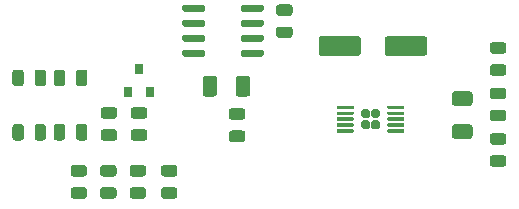
<source format=gbr>
%TF.GenerationSoftware,KiCad,Pcbnew,(5.1.6-0-10_14)*%
%TF.CreationDate,2021-10-24T22:13:31-07:00*%
%TF.ProjectId,Motor_Tester_DRV8830_Wing,4d6f746f-725f-4546-9573-7465725f4452,v01*%
%TF.SameCoordinates,Original*%
%TF.FileFunction,Paste,Top*%
%TF.FilePolarity,Positive*%
%FSLAX46Y46*%
G04 Gerber Fmt 4.6, Leading zero omitted, Abs format (unit mm)*
G04 Created by KiCad (PCBNEW (5.1.6-0-10_14)) date 2021-10-24 22:13:31*
%MOMM*%
%LPD*%
G01*
G04 APERTURE LIST*
%ADD10R,0.800000X0.900000*%
G04 APERTURE END LIST*
%TO.C,U1*%
G36*
G01*
X144100000Y-83255000D02*
X144100000Y-83555000D01*
G75*
G02*
X143950000Y-83705000I-150000J0D01*
G01*
X142300000Y-83705000D01*
G75*
G02*
X142150000Y-83555000I0J150000D01*
G01*
X142150000Y-83255000D01*
G75*
G02*
X142300000Y-83105000I150000J0D01*
G01*
X143950000Y-83105000D01*
G75*
G02*
X144100000Y-83255000I0J-150000D01*
G01*
G37*
G36*
G01*
X144100000Y-81985000D02*
X144100000Y-82285000D01*
G75*
G02*
X143950000Y-82435000I-150000J0D01*
G01*
X142300000Y-82435000D01*
G75*
G02*
X142150000Y-82285000I0J150000D01*
G01*
X142150000Y-81985000D01*
G75*
G02*
X142300000Y-81835000I150000J0D01*
G01*
X143950000Y-81835000D01*
G75*
G02*
X144100000Y-81985000I0J-150000D01*
G01*
G37*
G36*
G01*
X144100000Y-80715000D02*
X144100000Y-81015000D01*
G75*
G02*
X143950000Y-81165000I-150000J0D01*
G01*
X142300000Y-81165000D01*
G75*
G02*
X142150000Y-81015000I0J150000D01*
G01*
X142150000Y-80715000D01*
G75*
G02*
X142300000Y-80565000I150000J0D01*
G01*
X143950000Y-80565000D01*
G75*
G02*
X144100000Y-80715000I0J-150000D01*
G01*
G37*
G36*
G01*
X144100000Y-79445000D02*
X144100000Y-79745000D01*
G75*
G02*
X143950000Y-79895000I-150000J0D01*
G01*
X142300000Y-79895000D01*
G75*
G02*
X142150000Y-79745000I0J150000D01*
G01*
X142150000Y-79445000D01*
G75*
G02*
X142300000Y-79295000I150000J0D01*
G01*
X143950000Y-79295000D01*
G75*
G02*
X144100000Y-79445000I0J-150000D01*
G01*
G37*
G36*
G01*
X149050000Y-79445000D02*
X149050000Y-79745000D01*
G75*
G02*
X148900000Y-79895000I-150000J0D01*
G01*
X147250000Y-79895000D01*
G75*
G02*
X147100000Y-79745000I0J150000D01*
G01*
X147100000Y-79445000D01*
G75*
G02*
X147250000Y-79295000I150000J0D01*
G01*
X148900000Y-79295000D01*
G75*
G02*
X149050000Y-79445000I0J-150000D01*
G01*
G37*
G36*
G01*
X149050000Y-80715000D02*
X149050000Y-81015000D01*
G75*
G02*
X148900000Y-81165000I-150000J0D01*
G01*
X147250000Y-81165000D01*
G75*
G02*
X147100000Y-81015000I0J150000D01*
G01*
X147100000Y-80715000D01*
G75*
G02*
X147250000Y-80565000I150000J0D01*
G01*
X148900000Y-80565000D01*
G75*
G02*
X149050000Y-80715000I0J-150000D01*
G01*
G37*
G36*
G01*
X149050000Y-81985000D02*
X149050000Y-82285000D01*
G75*
G02*
X148900000Y-82435000I-150000J0D01*
G01*
X147250000Y-82435000D01*
G75*
G02*
X147100000Y-82285000I0J150000D01*
G01*
X147100000Y-81985000D01*
G75*
G02*
X147250000Y-81835000I150000J0D01*
G01*
X148900000Y-81835000D01*
G75*
G02*
X149050000Y-81985000I0J-150000D01*
G01*
G37*
G36*
G01*
X149050000Y-83255000D02*
X149050000Y-83555000D01*
G75*
G02*
X148900000Y-83705000I-150000J0D01*
G01*
X147250000Y-83705000D01*
G75*
G02*
X147100000Y-83555000I0J150000D01*
G01*
X147100000Y-83255000D01*
G75*
G02*
X147250000Y-83105000I150000J0D01*
G01*
X148900000Y-83105000D01*
G75*
G02*
X149050000Y-83255000I0J-150000D01*
G01*
G37*
%TD*%
%TO.C,C1*%
G36*
G01*
X135493750Y-89850000D02*
X136406250Y-89850000D01*
G75*
G02*
X136650000Y-90093750I0J-243750D01*
G01*
X136650000Y-90581250D01*
G75*
G02*
X136406250Y-90825000I-243750J0D01*
G01*
X135493750Y-90825000D01*
G75*
G02*
X135250000Y-90581250I0J243750D01*
G01*
X135250000Y-90093750D01*
G75*
G02*
X135493750Y-89850000I243750J0D01*
G01*
G37*
G36*
G01*
X135493750Y-87975000D02*
X136406250Y-87975000D01*
G75*
G02*
X136650000Y-88218750I0J-243750D01*
G01*
X136650000Y-88706250D01*
G75*
G02*
X136406250Y-88950000I-243750J0D01*
G01*
X135493750Y-88950000D01*
G75*
G02*
X135250000Y-88706250I0J243750D01*
G01*
X135250000Y-88218750D01*
G75*
G02*
X135493750Y-87975000I243750J0D01*
G01*
G37*
%TD*%
%TO.C,C2*%
G36*
G01*
X138043750Y-89850000D02*
X138956250Y-89850000D01*
G75*
G02*
X139200000Y-90093750I0J-243750D01*
G01*
X139200000Y-90581250D01*
G75*
G02*
X138956250Y-90825000I-243750J0D01*
G01*
X138043750Y-90825000D01*
G75*
G02*
X137800000Y-90581250I0J243750D01*
G01*
X137800000Y-90093750D01*
G75*
G02*
X138043750Y-89850000I243750J0D01*
G01*
G37*
G36*
G01*
X138043750Y-87975000D02*
X138956250Y-87975000D01*
G75*
G02*
X139200000Y-88218750I0J-243750D01*
G01*
X139200000Y-88706250D01*
G75*
G02*
X138956250Y-88950000I-243750J0D01*
G01*
X138043750Y-88950000D01*
G75*
G02*
X137800000Y-88706250I0J243750D01*
G01*
X137800000Y-88218750D01*
G75*
G02*
X138043750Y-87975000I243750J0D01*
G01*
G37*
%TD*%
%TO.C,C3*%
G36*
G01*
X151256250Y-80250000D02*
X150343750Y-80250000D01*
G75*
G02*
X150100000Y-80006250I0J243750D01*
G01*
X150100000Y-79518750D01*
G75*
G02*
X150343750Y-79275000I243750J0D01*
G01*
X151256250Y-79275000D01*
G75*
G02*
X151500000Y-79518750I0J-243750D01*
G01*
X151500000Y-80006250D01*
G75*
G02*
X151256250Y-80250000I-243750J0D01*
G01*
G37*
G36*
G01*
X151256250Y-82125000D02*
X150343750Y-82125000D01*
G75*
G02*
X150100000Y-81881250I0J243750D01*
G01*
X150100000Y-81393750D01*
G75*
G02*
X150343750Y-81150000I243750J0D01*
G01*
X151256250Y-81150000D01*
G75*
G02*
X151500000Y-81393750I0J-243750D01*
G01*
X151500000Y-81881250D01*
G75*
G02*
X151256250Y-82125000I-243750J0D01*
G01*
G37*
%TD*%
%TO.C,C4*%
G36*
G01*
X146343750Y-89950000D02*
X147256250Y-89950000D01*
G75*
G02*
X147500000Y-90193750I0J-243750D01*
G01*
X147500000Y-90681250D01*
G75*
G02*
X147256250Y-90925000I-243750J0D01*
G01*
X146343750Y-90925000D01*
G75*
G02*
X146100000Y-90681250I0J243750D01*
G01*
X146100000Y-90193750D01*
G75*
G02*
X146343750Y-89950000I243750J0D01*
G01*
G37*
G36*
G01*
X146343750Y-88075000D02*
X147256250Y-88075000D01*
G75*
G02*
X147500000Y-88318750I0J-243750D01*
G01*
X147500000Y-88806250D01*
G75*
G02*
X147256250Y-89050000I-243750J0D01*
G01*
X146343750Y-89050000D01*
G75*
G02*
X146100000Y-88806250I0J243750D01*
G01*
X146100000Y-88318750D01*
G75*
G02*
X146343750Y-88075000I243750J0D01*
G01*
G37*
%TD*%
%TO.C,C6*%
G36*
G01*
X169356250Y-87300000D02*
X168443750Y-87300000D01*
G75*
G02*
X168200000Y-87056250I0J243750D01*
G01*
X168200000Y-86568750D01*
G75*
G02*
X168443750Y-86325000I243750J0D01*
G01*
X169356250Y-86325000D01*
G75*
G02*
X169600000Y-86568750I0J-243750D01*
G01*
X169600000Y-87056250D01*
G75*
G02*
X169356250Y-87300000I-243750J0D01*
G01*
G37*
G36*
G01*
X169356250Y-89175000D02*
X168443750Y-89175000D01*
G75*
G02*
X168200000Y-88931250I0J243750D01*
G01*
X168200000Y-88443750D01*
G75*
G02*
X168443750Y-88200000I243750J0D01*
G01*
X169356250Y-88200000D01*
G75*
G02*
X169600000Y-88443750I0J-243750D01*
G01*
X169600000Y-88931250D01*
G75*
G02*
X169356250Y-89175000I-243750J0D01*
G01*
G37*
%TD*%
%TO.C,C7*%
G36*
G01*
X169356250Y-91150000D02*
X168443750Y-91150000D01*
G75*
G02*
X168200000Y-90906250I0J243750D01*
G01*
X168200000Y-90418750D01*
G75*
G02*
X168443750Y-90175000I243750J0D01*
G01*
X169356250Y-90175000D01*
G75*
G02*
X169600000Y-90418750I0J-243750D01*
G01*
X169600000Y-90906250D01*
G75*
G02*
X169356250Y-91150000I-243750J0D01*
G01*
G37*
G36*
G01*
X169356250Y-93025000D02*
X168443750Y-93025000D01*
G75*
G02*
X168200000Y-92781250I0J243750D01*
G01*
X168200000Y-92293750D01*
G75*
G02*
X168443750Y-92050000I243750J0D01*
G01*
X169356250Y-92050000D01*
G75*
G02*
X169600000Y-92293750I0J-243750D01*
G01*
X169600000Y-92781250D01*
G75*
G02*
X169356250Y-93025000I-243750J0D01*
G01*
G37*
%TD*%
%TO.C,C8*%
G36*
G01*
X168443750Y-84350000D02*
X169356250Y-84350000D01*
G75*
G02*
X169600000Y-84593750I0J-243750D01*
G01*
X169600000Y-85081250D01*
G75*
G02*
X169356250Y-85325000I-243750J0D01*
G01*
X168443750Y-85325000D01*
G75*
G02*
X168200000Y-85081250I0J243750D01*
G01*
X168200000Y-84593750D01*
G75*
G02*
X168443750Y-84350000I243750J0D01*
G01*
G37*
G36*
G01*
X168443750Y-82475000D02*
X169356250Y-82475000D01*
G75*
G02*
X169600000Y-82718750I0J-243750D01*
G01*
X169600000Y-83206250D01*
G75*
G02*
X169356250Y-83450000I-243750J0D01*
G01*
X168443750Y-83450000D01*
G75*
G02*
X168200000Y-83206250I0J243750D01*
G01*
X168200000Y-82718750D01*
G75*
G02*
X168443750Y-82475000I243750J0D01*
G01*
G37*
%TD*%
%TO.C,C9*%
G36*
G01*
X132943750Y-94750000D02*
X133856250Y-94750000D01*
G75*
G02*
X134100000Y-94993750I0J-243750D01*
G01*
X134100000Y-95481250D01*
G75*
G02*
X133856250Y-95725000I-243750J0D01*
G01*
X132943750Y-95725000D01*
G75*
G02*
X132700000Y-95481250I0J243750D01*
G01*
X132700000Y-94993750D01*
G75*
G02*
X132943750Y-94750000I243750J0D01*
G01*
G37*
G36*
G01*
X132943750Y-92875000D02*
X133856250Y-92875000D01*
G75*
G02*
X134100000Y-93118750I0J-243750D01*
G01*
X134100000Y-93606250D01*
G75*
G02*
X133856250Y-93850000I-243750J0D01*
G01*
X132943750Y-93850000D01*
G75*
G02*
X132700000Y-93606250I0J243750D01*
G01*
X132700000Y-93118750D01*
G75*
G02*
X132943750Y-92875000I243750J0D01*
G01*
G37*
%TD*%
%TO.C,C10*%
G36*
G01*
X136356250Y-93850000D02*
X135443750Y-93850000D01*
G75*
G02*
X135200000Y-93606250I0J243750D01*
G01*
X135200000Y-93118750D01*
G75*
G02*
X135443750Y-92875000I243750J0D01*
G01*
X136356250Y-92875000D01*
G75*
G02*
X136600000Y-93118750I0J-243750D01*
G01*
X136600000Y-93606250D01*
G75*
G02*
X136356250Y-93850000I-243750J0D01*
G01*
G37*
G36*
G01*
X136356250Y-95725000D02*
X135443750Y-95725000D01*
G75*
G02*
X135200000Y-95481250I0J243750D01*
G01*
X135200000Y-94993750D01*
G75*
G02*
X135443750Y-94750000I243750J0D01*
G01*
X136356250Y-94750000D01*
G75*
G02*
X136600000Y-94993750I0J-243750D01*
G01*
X136600000Y-95481250D01*
G75*
G02*
X136356250Y-95725000I-243750J0D01*
G01*
G37*
%TD*%
%TO.C,C5*%
G36*
G01*
X162900000Y-82215200D02*
X162900000Y-83384800D01*
G75*
G02*
X162634800Y-83650000I-265200J0D01*
G01*
X159565200Y-83650000D01*
G75*
G02*
X159300000Y-83384800I0J265200D01*
G01*
X159300000Y-82215200D01*
G75*
G02*
X159565200Y-81950000I265200J0D01*
G01*
X162634800Y-81950000D01*
G75*
G02*
X162900000Y-82215200I0J-265200D01*
G01*
G37*
G36*
G01*
X157300000Y-82215200D02*
X157300000Y-83384800D01*
G75*
G02*
X157034800Y-83650000I-265200J0D01*
G01*
X153965200Y-83650000D01*
G75*
G02*
X153700000Y-83384800I0J265200D01*
G01*
X153700000Y-82215200D01*
G75*
G02*
X153965200Y-81950000I265200J0D01*
G01*
X157034800Y-81950000D01*
G75*
G02*
X157300000Y-82215200I0J-265200D01*
G01*
G37*
%TD*%
%TO.C,D1*%
G36*
G01*
X127775000Y-90556250D02*
X127775000Y-89643750D01*
G75*
G02*
X128018750Y-89400000I243750J0D01*
G01*
X128506250Y-89400000D01*
G75*
G02*
X128750000Y-89643750I0J-243750D01*
G01*
X128750000Y-90556250D01*
G75*
G02*
X128506250Y-90800000I-243750J0D01*
G01*
X128018750Y-90800000D01*
G75*
G02*
X127775000Y-90556250I0J243750D01*
G01*
G37*
G36*
G01*
X129650000Y-90556250D02*
X129650000Y-89643750D01*
G75*
G02*
X129893750Y-89400000I243750J0D01*
G01*
X130381250Y-89400000D01*
G75*
G02*
X130625000Y-89643750I0J-243750D01*
G01*
X130625000Y-90556250D01*
G75*
G02*
X130381250Y-90800000I-243750J0D01*
G01*
X129893750Y-90800000D01*
G75*
G02*
X129650000Y-90556250I0J243750D01*
G01*
G37*
%TD*%
%TO.C,D2*%
G36*
G01*
X129650000Y-85956250D02*
X129650000Y-85043750D01*
G75*
G02*
X129893750Y-84800000I243750J0D01*
G01*
X130381250Y-84800000D01*
G75*
G02*
X130625000Y-85043750I0J-243750D01*
G01*
X130625000Y-85956250D01*
G75*
G02*
X130381250Y-86200000I-243750J0D01*
G01*
X129893750Y-86200000D01*
G75*
G02*
X129650000Y-85956250I0J243750D01*
G01*
G37*
G36*
G01*
X127775000Y-85956250D02*
X127775000Y-85043750D01*
G75*
G02*
X128018750Y-84800000I243750J0D01*
G01*
X128506250Y-84800000D01*
G75*
G02*
X128750000Y-85043750I0J-243750D01*
G01*
X128750000Y-85956250D01*
G75*
G02*
X128506250Y-86200000I-243750J0D01*
G01*
X128018750Y-86200000D01*
G75*
G02*
X127775000Y-85956250I0J243750D01*
G01*
G37*
%TD*%
D10*
%TO.C,Q1*%
X137550000Y-86725000D03*
X139450000Y-86725000D03*
X138500000Y-84725000D03*
%TD*%
%TO.C,R2*%
G36*
G01*
X140593750Y-94750000D02*
X141506250Y-94750000D01*
G75*
G02*
X141750000Y-94993750I0J-243750D01*
G01*
X141750000Y-95481250D01*
G75*
G02*
X141506250Y-95725000I-243750J0D01*
G01*
X140593750Y-95725000D01*
G75*
G02*
X140350000Y-95481250I0J243750D01*
G01*
X140350000Y-94993750D01*
G75*
G02*
X140593750Y-94750000I243750J0D01*
G01*
G37*
G36*
G01*
X140593750Y-92875000D02*
X141506250Y-92875000D01*
G75*
G02*
X141750000Y-93118750I0J-243750D01*
G01*
X141750000Y-93606250D01*
G75*
G02*
X141506250Y-93850000I-243750J0D01*
G01*
X140593750Y-93850000D01*
G75*
G02*
X140350000Y-93606250I0J243750D01*
G01*
X140350000Y-93118750D01*
G75*
G02*
X140593750Y-92875000I243750J0D01*
G01*
G37*
%TD*%
%TO.C,R3*%
G36*
G01*
X137943750Y-92875000D02*
X138856250Y-92875000D01*
G75*
G02*
X139100000Y-93118750I0J-243750D01*
G01*
X139100000Y-93606250D01*
G75*
G02*
X138856250Y-93850000I-243750J0D01*
G01*
X137943750Y-93850000D01*
G75*
G02*
X137700000Y-93606250I0J243750D01*
G01*
X137700000Y-93118750D01*
G75*
G02*
X137943750Y-92875000I243750J0D01*
G01*
G37*
G36*
G01*
X137943750Y-94750000D02*
X138856250Y-94750000D01*
G75*
G02*
X139100000Y-94993750I0J-243750D01*
G01*
X139100000Y-95481250D01*
G75*
G02*
X138856250Y-95725000I-243750J0D01*
G01*
X137943750Y-95725000D01*
G75*
G02*
X137700000Y-95481250I0J243750D01*
G01*
X137700000Y-94993750D01*
G75*
G02*
X137943750Y-94750000I243750J0D01*
G01*
G37*
%TD*%
%TO.C,R5*%
G36*
G01*
X131275000Y-90556250D02*
X131275000Y-89643750D01*
G75*
G02*
X131518750Y-89400000I243750J0D01*
G01*
X132006250Y-89400000D01*
G75*
G02*
X132250000Y-89643750I0J-243750D01*
G01*
X132250000Y-90556250D01*
G75*
G02*
X132006250Y-90800000I-243750J0D01*
G01*
X131518750Y-90800000D01*
G75*
G02*
X131275000Y-90556250I0J243750D01*
G01*
G37*
G36*
G01*
X133150000Y-90556250D02*
X133150000Y-89643750D01*
G75*
G02*
X133393750Y-89400000I243750J0D01*
G01*
X133881250Y-89400000D01*
G75*
G02*
X134125000Y-89643750I0J-243750D01*
G01*
X134125000Y-90556250D01*
G75*
G02*
X133881250Y-90800000I-243750J0D01*
G01*
X133393750Y-90800000D01*
G75*
G02*
X133150000Y-90556250I0J243750D01*
G01*
G37*
%TD*%
%TO.C,R6*%
G36*
G01*
X133150000Y-85956250D02*
X133150000Y-85043750D01*
G75*
G02*
X133393750Y-84800000I243750J0D01*
G01*
X133881250Y-84800000D01*
G75*
G02*
X134125000Y-85043750I0J-243750D01*
G01*
X134125000Y-85956250D01*
G75*
G02*
X133881250Y-86200000I-243750J0D01*
G01*
X133393750Y-86200000D01*
G75*
G02*
X133150000Y-85956250I0J243750D01*
G01*
G37*
G36*
G01*
X131275000Y-85956250D02*
X131275000Y-85043750D01*
G75*
G02*
X131518750Y-84800000I243750J0D01*
G01*
X132006250Y-84800000D01*
G75*
G02*
X132250000Y-85043750I0J-243750D01*
G01*
X132250000Y-85956250D01*
G75*
G02*
X132006250Y-86200000I-243750J0D01*
G01*
X131518750Y-86200000D01*
G75*
G02*
X131275000Y-85956250I0J243750D01*
G01*
G37*
%TD*%
%TO.C,U2*%
G36*
G01*
X160975000Y-89925000D02*
X160975000Y-90075000D01*
G75*
G02*
X160900000Y-90150000I-75000J0D01*
G01*
X159600000Y-90150000D01*
G75*
G02*
X159525000Y-90075000I0J75000D01*
G01*
X159525000Y-89925000D01*
G75*
G02*
X159600000Y-89850000I75000J0D01*
G01*
X160900000Y-89850000D01*
G75*
G02*
X160975000Y-89925000I0J-75000D01*
G01*
G37*
G36*
G01*
X160975000Y-89425000D02*
X160975000Y-89575000D01*
G75*
G02*
X160900000Y-89650000I-75000J0D01*
G01*
X159600000Y-89650000D01*
G75*
G02*
X159525000Y-89575000I0J75000D01*
G01*
X159525000Y-89425000D01*
G75*
G02*
X159600000Y-89350000I75000J0D01*
G01*
X160900000Y-89350000D01*
G75*
G02*
X160975000Y-89425000I0J-75000D01*
G01*
G37*
G36*
G01*
X160975000Y-88925000D02*
X160975000Y-89075000D01*
G75*
G02*
X160900000Y-89150000I-75000J0D01*
G01*
X159600000Y-89150000D01*
G75*
G02*
X159525000Y-89075000I0J75000D01*
G01*
X159525000Y-88925000D01*
G75*
G02*
X159600000Y-88850000I75000J0D01*
G01*
X160900000Y-88850000D01*
G75*
G02*
X160975000Y-88925000I0J-75000D01*
G01*
G37*
G36*
G01*
X160975000Y-88425000D02*
X160975000Y-88575000D01*
G75*
G02*
X160900000Y-88650000I-75000J0D01*
G01*
X159600000Y-88650000D01*
G75*
G02*
X159525000Y-88575000I0J75000D01*
G01*
X159525000Y-88425000D01*
G75*
G02*
X159600000Y-88350000I75000J0D01*
G01*
X160900000Y-88350000D01*
G75*
G02*
X160975000Y-88425000I0J-75000D01*
G01*
G37*
G36*
G01*
X160975000Y-87925000D02*
X160975000Y-88075000D01*
G75*
G02*
X160900000Y-88150000I-75000J0D01*
G01*
X159600000Y-88150000D01*
G75*
G02*
X159525000Y-88075000I0J75000D01*
G01*
X159525000Y-87925000D01*
G75*
G02*
X159600000Y-87850000I75000J0D01*
G01*
X160900000Y-87850000D01*
G75*
G02*
X160975000Y-87925000I0J-75000D01*
G01*
G37*
G36*
G01*
X156675000Y-87925000D02*
X156675000Y-88075000D01*
G75*
G02*
X156600000Y-88150000I-75000J0D01*
G01*
X155300000Y-88150000D01*
G75*
G02*
X155225000Y-88075000I0J75000D01*
G01*
X155225000Y-87925000D01*
G75*
G02*
X155300000Y-87850000I75000J0D01*
G01*
X156600000Y-87850000D01*
G75*
G02*
X156675000Y-87925000I0J-75000D01*
G01*
G37*
G36*
G01*
X156675000Y-88425000D02*
X156675000Y-88575000D01*
G75*
G02*
X156600000Y-88650000I-75000J0D01*
G01*
X155300000Y-88650000D01*
G75*
G02*
X155225000Y-88575000I0J75000D01*
G01*
X155225000Y-88425000D01*
G75*
G02*
X155300000Y-88350000I75000J0D01*
G01*
X156600000Y-88350000D01*
G75*
G02*
X156675000Y-88425000I0J-75000D01*
G01*
G37*
G36*
G01*
X156675000Y-88925000D02*
X156675000Y-89075000D01*
G75*
G02*
X156600000Y-89150000I-75000J0D01*
G01*
X155300000Y-89150000D01*
G75*
G02*
X155225000Y-89075000I0J75000D01*
G01*
X155225000Y-88925000D01*
G75*
G02*
X155300000Y-88850000I75000J0D01*
G01*
X156600000Y-88850000D01*
G75*
G02*
X156675000Y-88925000I0J-75000D01*
G01*
G37*
G36*
G01*
X156675000Y-89425000D02*
X156675000Y-89575000D01*
G75*
G02*
X156600000Y-89650000I-75000J0D01*
G01*
X155300000Y-89650000D01*
G75*
G02*
X155225000Y-89575000I0J75000D01*
G01*
X155225000Y-89425000D01*
G75*
G02*
X155300000Y-89350000I75000J0D01*
G01*
X156600000Y-89350000D01*
G75*
G02*
X156675000Y-89425000I0J-75000D01*
G01*
G37*
G36*
G01*
X156675000Y-89925000D02*
X156675000Y-90075000D01*
G75*
G02*
X156600000Y-90150000I-75000J0D01*
G01*
X155300000Y-90150000D01*
G75*
G02*
X155225000Y-90075000I0J75000D01*
G01*
X155225000Y-89925000D01*
G75*
G02*
X155300000Y-89850000I75000J0D01*
G01*
X156600000Y-89850000D01*
G75*
G02*
X156675000Y-89925000I0J-75000D01*
G01*
G37*
G36*
G01*
X158870000Y-89250000D02*
X158870000Y-89690000D01*
G75*
G02*
X158695000Y-89865000I-175000J0D01*
G01*
X158345000Y-89865000D01*
G75*
G02*
X158170000Y-89690000I0J175000D01*
G01*
X158170000Y-89250000D01*
G75*
G02*
X158345000Y-89075000I175000J0D01*
G01*
X158695000Y-89075000D01*
G75*
G02*
X158870000Y-89250000I0J-175000D01*
G01*
G37*
G36*
G01*
X158870000Y-88310000D02*
X158870000Y-88750000D01*
G75*
G02*
X158695000Y-88925000I-175000J0D01*
G01*
X158345000Y-88925000D01*
G75*
G02*
X158170000Y-88750000I0J175000D01*
G01*
X158170000Y-88310000D01*
G75*
G02*
X158345000Y-88135000I175000J0D01*
G01*
X158695000Y-88135000D01*
G75*
G02*
X158870000Y-88310000I0J-175000D01*
G01*
G37*
G36*
G01*
X158030000Y-89250000D02*
X158030000Y-89690000D01*
G75*
G02*
X157855000Y-89865000I-175000J0D01*
G01*
X157505000Y-89865000D01*
G75*
G02*
X157330000Y-89690000I0J175000D01*
G01*
X157330000Y-89250000D01*
G75*
G02*
X157505000Y-89075000I175000J0D01*
G01*
X157855000Y-89075000D01*
G75*
G02*
X158030000Y-89250000I0J-175000D01*
G01*
G37*
G36*
G01*
X158030000Y-88310000D02*
X158030000Y-88750000D01*
G75*
G02*
X157855000Y-88925000I-175000J0D01*
G01*
X157505000Y-88925000D01*
G75*
G02*
X157330000Y-88750000I0J175000D01*
G01*
X157330000Y-88310000D01*
G75*
G02*
X157505000Y-88135000I175000J0D01*
G01*
X157855000Y-88135000D01*
G75*
G02*
X158030000Y-88310000I0J-175000D01*
G01*
G37*
%TD*%
%TO.C,R4*%
G36*
G01*
X165237000Y-86621000D02*
X166487000Y-86621000D01*
G75*
G02*
X166737000Y-86871000I0J-250000D01*
G01*
X166737000Y-87621000D01*
G75*
G02*
X166487000Y-87871000I-250000J0D01*
G01*
X165237000Y-87871000D01*
G75*
G02*
X164987000Y-87621000I0J250000D01*
G01*
X164987000Y-86871000D01*
G75*
G02*
X165237000Y-86621000I250000J0D01*
G01*
G37*
G36*
G01*
X165237000Y-89421000D02*
X166487000Y-89421000D01*
G75*
G02*
X166737000Y-89671000I0J-250000D01*
G01*
X166737000Y-90421000D01*
G75*
G02*
X166487000Y-90671000I-250000J0D01*
G01*
X165237000Y-90671000D01*
G75*
G02*
X164987000Y-90421000I0J250000D01*
G01*
X164987000Y-89671000D01*
G75*
G02*
X165237000Y-89421000I250000J0D01*
G01*
G37*
%TD*%
%TO.C,R1*%
G36*
G01*
X147925000Y-85575000D02*
X147925000Y-86825000D01*
G75*
G02*
X147675000Y-87075000I-250000J0D01*
G01*
X146925000Y-87075000D01*
G75*
G02*
X146675000Y-86825000I0J250000D01*
G01*
X146675000Y-85575000D01*
G75*
G02*
X146925000Y-85325000I250000J0D01*
G01*
X147675000Y-85325000D01*
G75*
G02*
X147925000Y-85575000I0J-250000D01*
G01*
G37*
G36*
G01*
X145125000Y-85575000D02*
X145125000Y-86825000D01*
G75*
G02*
X144875000Y-87075000I-250000J0D01*
G01*
X144125000Y-87075000D01*
G75*
G02*
X143875000Y-86825000I0J250000D01*
G01*
X143875000Y-85575000D01*
G75*
G02*
X144125000Y-85325000I250000J0D01*
G01*
X144875000Y-85325000D01*
G75*
G02*
X145125000Y-85575000I0J-250000D01*
G01*
G37*
%TD*%
M02*

</source>
